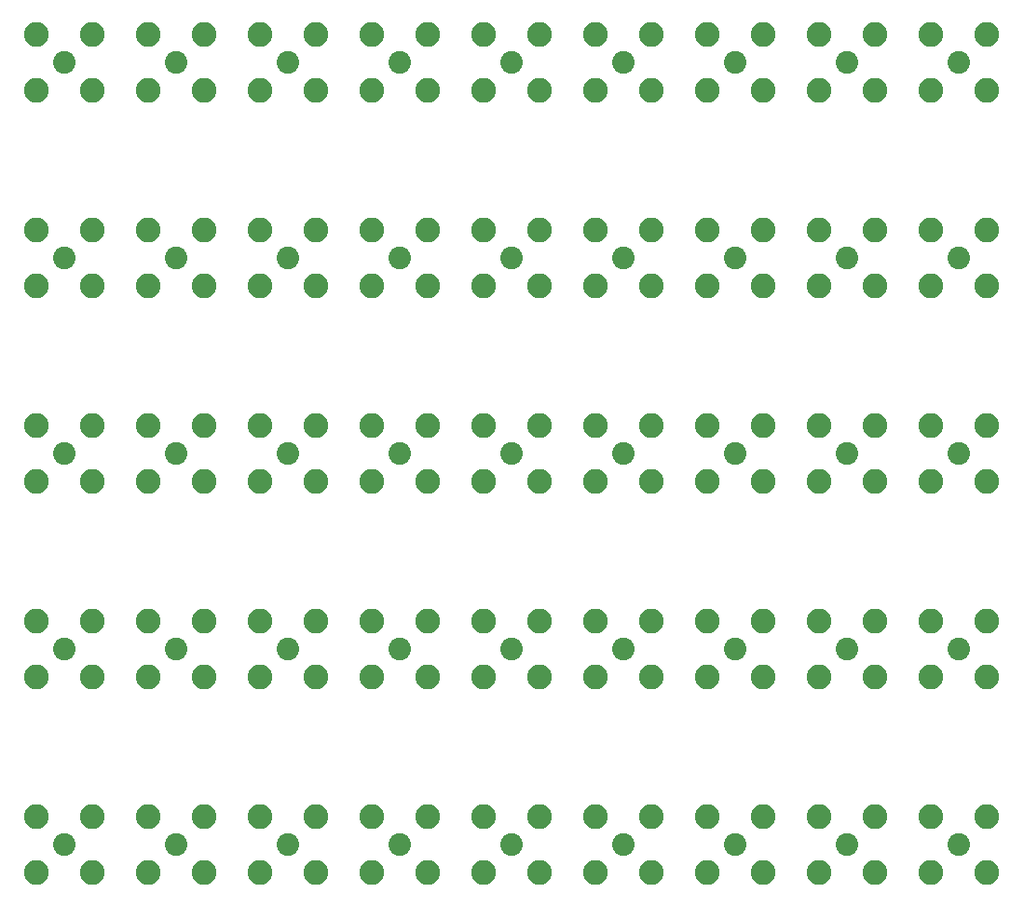
<source format=gbr>
%TF.GenerationSoftware,KiCad,Pcbnew,6.0.7-f9a2dced07~116~ubuntu20.04.1*%
%TF.CreationDate,2022-08-19T12:04:29-05:00*%
%TF.ProjectId,,58585858-5858-4585-9858-585858585858,rev?*%
%TF.SameCoordinates,Original*%
%TF.FileFunction,Soldermask,Bot*%
%TF.FilePolarity,Negative*%
%FSLAX46Y46*%
G04 Gerber Fmt 4.6, Leading zero omitted, Abs format (unit mm)*
G04 Created by KiCad (PCBNEW 6.0.7-f9a2dced07~116~ubuntu20.04.1) date 2022-08-19 12:04:29*
%MOMM*%
%LPD*%
G01*
G04 APERTURE LIST*
%ADD10C,2.050000*%
%ADD11C,2.250000*%
G04 APERTURE END LIST*
D10*
%TO.C,J89*%
X157480000Y-142240000D03*
D11*
X160020000Y-144780000D03*
X154940000Y-144780000D03*
X154940000Y-139700000D03*
X160020000Y-139700000D03*
%TD*%
D10*
%TO.C,J87*%
X147320000Y-142240000D03*
D11*
X149860000Y-144780000D03*
X144780000Y-144780000D03*
X144780000Y-139700000D03*
X149860000Y-139700000D03*
%TD*%
D10*
%TO.C,J85*%
X137160000Y-142240000D03*
D11*
X139700000Y-144780000D03*
X134620000Y-144780000D03*
X134620000Y-139700000D03*
X139700000Y-139700000D03*
%TD*%
D10*
%TO.C,J83*%
X127000000Y-142240000D03*
D11*
X129540000Y-144780000D03*
X124460000Y-144780000D03*
X124460000Y-139700000D03*
X129540000Y-139700000D03*
%TD*%
D10*
%TO.C,J81*%
X116840000Y-142240000D03*
D11*
X119380000Y-144780000D03*
X114300000Y-144780000D03*
X114300000Y-139700000D03*
X119380000Y-139700000D03*
%TD*%
D10*
%TO.C,J79*%
X106680000Y-142240000D03*
D11*
X109220000Y-144780000D03*
X104140000Y-144780000D03*
X104140000Y-139700000D03*
X109220000Y-139700000D03*
%TD*%
D10*
%TO.C,J77*%
X96520000Y-142240000D03*
D11*
X99060000Y-144780000D03*
X93980000Y-144780000D03*
X93980000Y-139700000D03*
X99060000Y-139700000D03*
%TD*%
D10*
%TO.C,J75*%
X86360000Y-142240000D03*
D11*
X88900000Y-144780000D03*
X83820000Y-144780000D03*
X83820000Y-139700000D03*
X88900000Y-139700000D03*
%TD*%
D10*
%TO.C,J73*%
X76200000Y-142240000D03*
D11*
X78740000Y-144780000D03*
X73660000Y-144780000D03*
X73660000Y-139700000D03*
X78740000Y-139700000D03*
%TD*%
D10*
%TO.C,J71*%
X157480000Y-124460000D03*
D11*
X160020000Y-127000000D03*
X154940000Y-127000000D03*
X154940000Y-121920000D03*
X160020000Y-121920000D03*
%TD*%
D10*
%TO.C,J69*%
X147320000Y-124460000D03*
D11*
X149860000Y-127000000D03*
X144780000Y-127000000D03*
X144780000Y-121920000D03*
X149860000Y-121920000D03*
%TD*%
D10*
%TO.C,J67*%
X137160000Y-124460000D03*
D11*
X139700000Y-127000000D03*
X134620000Y-127000000D03*
X134620000Y-121920000D03*
X139700000Y-121920000D03*
%TD*%
D10*
%TO.C,J65*%
X127000000Y-124460000D03*
D11*
X129540000Y-127000000D03*
X124460000Y-127000000D03*
X124460000Y-121920000D03*
X129540000Y-121920000D03*
%TD*%
D10*
%TO.C,J63*%
X116840000Y-124460000D03*
D11*
X119380000Y-127000000D03*
X114300000Y-127000000D03*
X114300000Y-121920000D03*
X119380000Y-121920000D03*
%TD*%
D10*
%TO.C,J61*%
X106680000Y-124460000D03*
D11*
X109220000Y-127000000D03*
X104140000Y-127000000D03*
X104140000Y-121920000D03*
X109220000Y-121920000D03*
%TD*%
D10*
%TO.C,J59*%
X96520000Y-124460000D03*
D11*
X99060000Y-127000000D03*
X93980000Y-127000000D03*
X93980000Y-121920000D03*
X99060000Y-121920000D03*
%TD*%
D10*
%TO.C,J57*%
X86360000Y-124460000D03*
D11*
X88900000Y-127000000D03*
X83820000Y-127000000D03*
X83820000Y-121920000D03*
X88900000Y-121920000D03*
%TD*%
D10*
%TO.C,J55*%
X76200000Y-124460000D03*
D11*
X78740000Y-127000000D03*
X73660000Y-127000000D03*
X73660000Y-121920000D03*
X78740000Y-121920000D03*
%TD*%
D10*
%TO.C,J53*%
X157480000Y-106680000D03*
D11*
X160020000Y-109220000D03*
X154940000Y-109220000D03*
X154940000Y-104140000D03*
X160020000Y-104140000D03*
%TD*%
D10*
%TO.C,J51*%
X147320000Y-106680000D03*
D11*
X149860000Y-109220000D03*
X144780000Y-109220000D03*
X144780000Y-104140000D03*
X149860000Y-104140000D03*
%TD*%
D10*
%TO.C,J49*%
X137160000Y-106680000D03*
D11*
X139700000Y-109220000D03*
X134620000Y-109220000D03*
X134620000Y-104140000D03*
X139700000Y-104140000D03*
%TD*%
D10*
%TO.C,J47*%
X127000000Y-106680000D03*
D11*
X129540000Y-109220000D03*
X124460000Y-109220000D03*
X124460000Y-104140000D03*
X129540000Y-104140000D03*
%TD*%
D10*
%TO.C,J45*%
X116840000Y-106680000D03*
D11*
X119380000Y-109220000D03*
X114300000Y-109220000D03*
X114300000Y-104140000D03*
X119380000Y-104140000D03*
%TD*%
D10*
%TO.C,J43*%
X106680000Y-106680000D03*
D11*
X109220000Y-109220000D03*
X104140000Y-109220000D03*
X104140000Y-104140000D03*
X109220000Y-104140000D03*
%TD*%
D10*
%TO.C,J41*%
X96520000Y-106680000D03*
D11*
X99060000Y-109220000D03*
X93980000Y-109220000D03*
X93980000Y-104140000D03*
X99060000Y-104140000D03*
%TD*%
D10*
%TO.C,J39*%
X86360000Y-106680000D03*
D11*
X88900000Y-109220000D03*
X83820000Y-109220000D03*
X83820000Y-104140000D03*
X88900000Y-104140000D03*
%TD*%
D10*
%TO.C,J37*%
X76200000Y-106680000D03*
D11*
X78740000Y-109220000D03*
X73660000Y-109220000D03*
X73660000Y-104140000D03*
X78740000Y-104140000D03*
%TD*%
D10*
%TO.C,J35*%
X157480000Y-88900000D03*
D11*
X160020000Y-91440000D03*
X154940000Y-91440000D03*
X154940000Y-86360000D03*
X160020000Y-86360000D03*
%TD*%
D10*
%TO.C,J33*%
X147320000Y-88900000D03*
D11*
X149860000Y-91440000D03*
X144780000Y-91440000D03*
X144780000Y-86360000D03*
X149860000Y-86360000D03*
%TD*%
D10*
%TO.C,J31*%
X137160000Y-88900000D03*
D11*
X139700000Y-91440000D03*
X134620000Y-91440000D03*
X134620000Y-86360000D03*
X139700000Y-86360000D03*
%TD*%
D10*
%TO.C,J29*%
X127000000Y-88900000D03*
D11*
X129540000Y-91440000D03*
X124460000Y-91440000D03*
X124460000Y-86360000D03*
X129540000Y-86360000D03*
%TD*%
D10*
%TO.C,J27*%
X116840000Y-88900000D03*
D11*
X119380000Y-91440000D03*
X114300000Y-91440000D03*
X114300000Y-86360000D03*
X119380000Y-86360000D03*
%TD*%
D10*
%TO.C,J25*%
X106680000Y-88900000D03*
D11*
X109220000Y-91440000D03*
X104140000Y-91440000D03*
X104140000Y-86360000D03*
X109220000Y-86360000D03*
%TD*%
D10*
%TO.C,J23*%
X96520000Y-88900000D03*
D11*
X99060000Y-91440000D03*
X93980000Y-91440000D03*
X93980000Y-86360000D03*
X99060000Y-86360000D03*
%TD*%
D10*
%TO.C,J21*%
X86360000Y-88900000D03*
D11*
X88900000Y-91440000D03*
X83820000Y-91440000D03*
X83820000Y-86360000D03*
X88900000Y-86360000D03*
%TD*%
D10*
%TO.C,J19*%
X76200000Y-88900000D03*
D11*
X78740000Y-91440000D03*
X73660000Y-91440000D03*
X73660000Y-86360000D03*
X78740000Y-86360000D03*
%TD*%
D10*
%TO.C,J17*%
X157480000Y-71120000D03*
D11*
X160020000Y-73660000D03*
X154940000Y-73660000D03*
X154940000Y-68580000D03*
X160020000Y-68580000D03*
%TD*%
D10*
%TO.C,J15*%
X147320000Y-71120000D03*
D11*
X149860000Y-73660000D03*
X144780000Y-73660000D03*
X144780000Y-68580000D03*
X149860000Y-68580000D03*
%TD*%
D10*
%TO.C,J13*%
X137160000Y-71120000D03*
D11*
X139700000Y-73660000D03*
X134620000Y-73660000D03*
X134620000Y-68580000D03*
X139700000Y-68580000D03*
%TD*%
D10*
%TO.C,J11*%
X127000000Y-71120000D03*
D11*
X129540000Y-73660000D03*
X124460000Y-73660000D03*
X124460000Y-68580000D03*
X129540000Y-68580000D03*
%TD*%
D10*
%TO.C,J9*%
X116840000Y-71120000D03*
D11*
X119380000Y-73660000D03*
X114300000Y-73660000D03*
X114300000Y-68580000D03*
X119380000Y-68580000D03*
%TD*%
D10*
%TO.C,J7*%
X106680000Y-71120000D03*
D11*
X109220000Y-73660000D03*
X104140000Y-73660000D03*
X104140000Y-68580000D03*
X109220000Y-68580000D03*
%TD*%
D10*
%TO.C,J5*%
X96520000Y-71120000D03*
D11*
X99060000Y-73660000D03*
X93980000Y-73660000D03*
X93980000Y-68580000D03*
X99060000Y-68580000D03*
%TD*%
D10*
%TO.C,J3*%
X86360000Y-71120000D03*
D11*
X88900000Y-73660000D03*
X83820000Y-73660000D03*
X83820000Y-68580000D03*
X88900000Y-68580000D03*
%TD*%
D10*
%TO.C,J1*%
X76200000Y-71120000D03*
D11*
X78740000Y-73660000D03*
X73660000Y-73660000D03*
X73660000Y-68580000D03*
X78740000Y-68580000D03*
%TD*%
M02*

</source>
